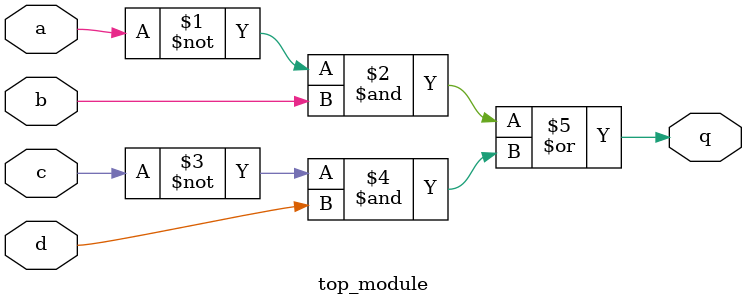
<source format=sv>
module top_module (
	input a, 
	input b, 
	input c, 
	input d,
	output q
);

	assign q = (~a & b) | (~c & d);
	
endmodule

</source>
